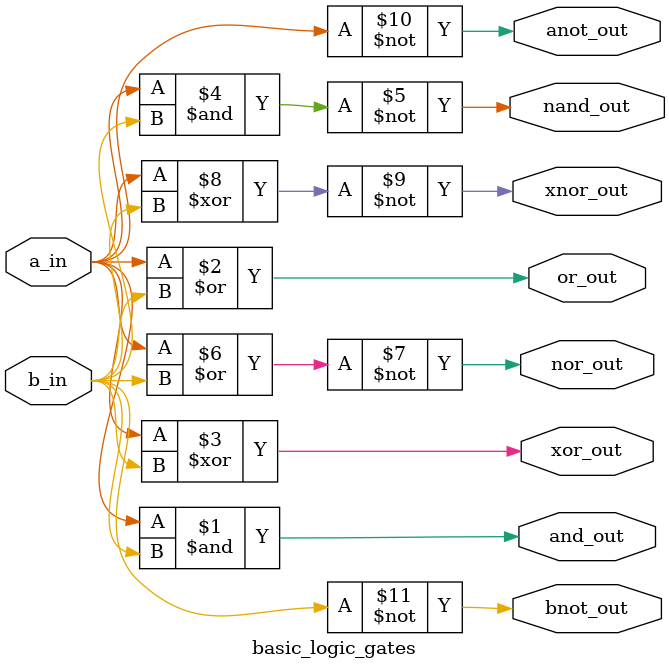
<source format=v>
`timescale 1ns / 1ps

module basic_logic_gates(input a_in,
                         input b_in,
                         output and_out, 
                         output or_out,
                         output xor_out,
                         output anot_out,
                         output bnot_out,
                         output nand_out,
                         output nor_out, xnor_out);
                and (and_out,a_in,b_in);
                or (or_out,a_in,b_in);
                xor (xor_out,a_in,b_in);
                not (anot_out,a_in);
                not (bnot_out,b_in);
                nand (nand_out,a_in,b_in);
                nor (nor_out,a_in,b_in);
                xnor (xnor_out,a_in,b_in);
endmodule
</source>
